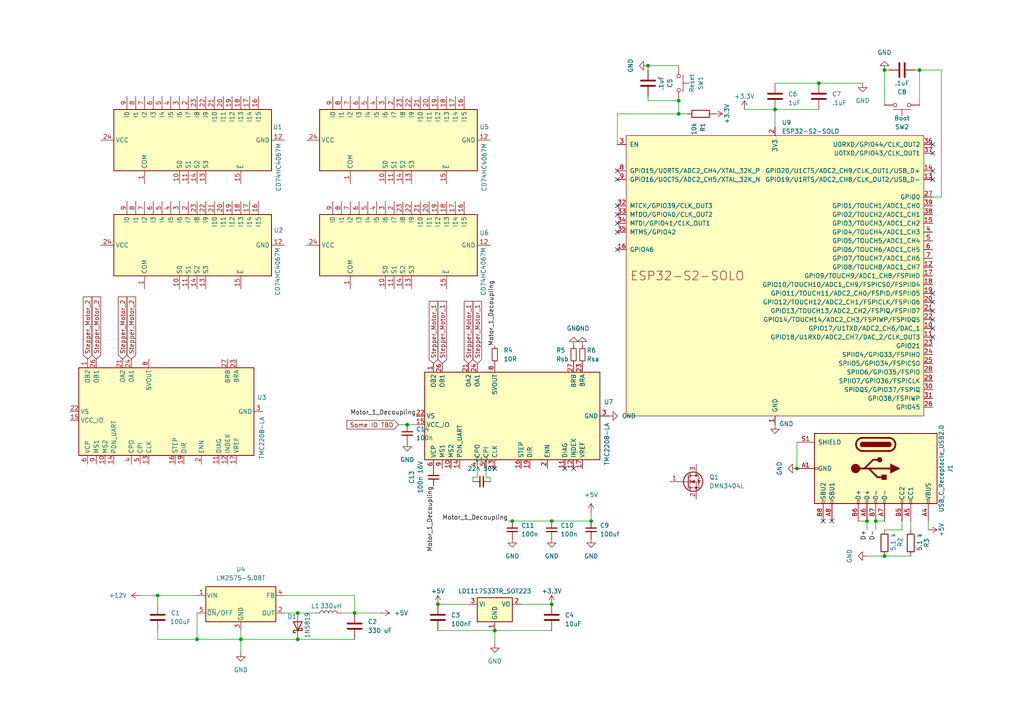
<source format=kicad_sch>
(kicad_sch (version 20231120) (generator "eeschema") (generator_version "8.0")
  (paper "A4")
  (lib_symbols
    (symbol "+5V_1" (power) (pin_numbers hide) (pin_names (offset 0) hide)
      (property "Value" "+5V" (at 0 3.556 0))
      (symbol "+5V_1_0_1"
        (polyline (pts (xy -0.762 1.27) (xy 0 2.54)))
        (polyline (pts (xy 0 0) (xy 0 2.54)))
        (polyline (pts (xy 0 2.54) (xy 0.762 1.27)))
      )
      (symbol "+5V_1_1_1"
        (pin power_in line (at 0 0 90) (length 0) (name "~") (number "1"))
      )
    )
    (symbol "+5V_2" (power) (pin_numbers hide) (pin_names (offset 0) hide)
      (property "Value" "+5V" (at 0 3.556 0))
      (symbol "+5V_2_0_1"
        (polyline (pts (xy -0.762 1.27) (xy 0 2.54)))
        (polyline (pts (xy 0 0) (xy 0 2.54)))
        (polyline (pts (xy 0 2.54) (xy 0.762 1.27)))
      )
      (symbol "+5V_2_1_1"
        (pin power_in line (at 0 0 90) (length 0) (name "~") (number "1"))
      )
    )
    (symbol "74xx:CD74HC4067M"
      (property "Reference" "U" (at -8.89 22.86 0))
      (property "Value" "CD74HC4067M" (at 1.27 22.86 0))
      (symbol "CD74HC4067M_0_1"
        (rectangle (start -8.89 21.59) (end 8.89 -24.13) (stroke (width 0.254)) (fill (type background)))
      )
      (symbol "CD74HC4067M_1_1"
        (pin passive line (at -12.7 12.7 0) (length 3.81) (name "COM") (number "1"))
        (pin input line (at -12.7 2.54 0) (length 3.81) (name "S0") (number "10"))
        (pin input line (at -12.7 0 0) (length 3.81) (name "S1") (number "11"))
        (pin power_in line (at 0 -27.94 90) (length 3.81) (name "GND") (number "12"))
        (pin input line (at -12.7 -5.08 0) (length 3.81) (name "S3") (number "13"))
        (pin input line (at -12.7 -2.54 0) (length 3.81) (name "S2") (number "14"))
        (pin input line (at -12.7 -15.24 0) (length 3.81) (name "~{E}") (number "15"))
        (pin passive line (at 12.7 -20.32 180) (length 3.81) (name "I15") (number "16"))
        (pin passive line (at 12.7 -17.78 180) (length 3.81) (name "I14") (number "17"))
        (pin passive line (at 12.7 -15.24 180) (length 3.81) (name "I13") (number "18"))
        (pin passive line (at 12.7 -12.7 180) (length 3.81) (name "I12") (number "19"))
        (pin passive line (at 12.7 0 180) (length 3.81) (name "I7") (number "2"))
        (pin passive line (at 12.7 -10.16 180) (length 3.81) (name "I11") (number "20"))
        (pin passive line (at 12.7 -7.62 180) (length 3.81) (name "I10") (number "21"))
        (pin passive line (at 12.7 -5.08 180) (length 3.81) (name "I9") (number "22"))
        (pin passive line (at 12.7 -2.54 180) (length 3.81) (name "I8") (number "23"))
        (pin power_in line (at 0 25.4 270) (length 3.81) (name "VCC") (number "24"))
        (pin passive line (at 12.7 2.54 180) (length 3.81) (name "I6") (number "3"))
        (pin passive line (at 12.7 5.08 180) (length 3.81) (name "I5") (number "4"))
        (pin passive line (at 12.7 7.62 180) (length 3.81) (name "I4") (number "5"))
        (pin passive line (at 12.7 10.16 180) (length 3.81) (name "I3") (number "6"))
        (pin passive line (at 12.7 12.7 180) (length 3.81) (name "I2") (number "7"))
        (pin passive line (at 12.7 15.24 180) (length 3.81) (name "I1") (number "8"))
        (pin passive line (at 12.7 17.78 180) (length 3.81) (name "I0") (number "9"))
      )
    )
    (symbol "Connector:USB_C_Receptacle_USB2.0" (pin_names (offset 1.016))
      (property "Reference" "J" (at -10.16 19.05 0))
      (property "Value" "USB_C_Receptacle_USB2.0" (at 19.05 19.05 0))
      (symbol "USB_C_Receptacle_USB2.0_0_0"
        (rectangle (start -0.254 -17.78) (end 0.254 -16.764))
        (rectangle (start 10.16 -14.986) (end 9.144 -15.494))
        (rectangle (start 10.16 -12.446) (end 9.144 -12.954))
        (rectangle (start 10.16 -4.826) (end 9.144 -5.334))
        (rectangle (start 10.16 -2.286) (end 9.144 -2.794))
        (rectangle (start 10.16 0.254) (end 9.144 -0.254))
        (rectangle (start 10.16 2.794) (end 9.144 2.286))
        (rectangle (start 10.16 7.874) (end 9.144 7.366))
        (rectangle (start 10.16 10.414) (end 9.144 9.906))
        (rectangle (start 10.16 15.494) (end 9.144 14.986))
      )
      (symbol "USB_C_Receptacle_USB2.0_0_1"
        (rectangle (start -10.16 17.78) (end 10.16 -17.78) (stroke (width 0.254)) (fill (type background)))
        (arc (start -8.89 -3.81) (mid -6.985 -5.7067) (end -5.08 -3.81) (stroke (width 0.508)))
        (arc (start -7.62 -3.81) (mid -6.985 -4.4423) (end -6.35 -3.81) (stroke (width 0.254)))
        (arc (start -7.62 -3.81) (mid -6.985 -4.4423) (end -6.35 -3.81) (stroke (width 0.254)) (fill (type outline)))
        (rectangle (start -7.62 -3.81) (end -6.35 3.81) (stroke (width 0.254)) (fill (type outline)))
        (arc (start -6.35 3.81) (mid -6.985 4.4423) (end -7.62 3.81) (stroke (width 0.254)))
        (arc (start -6.35 3.81) (mid -6.985 4.4423) (end -7.62 3.81) (stroke (width 0.254)) (fill (type outline)))
        (arc (start -5.08 3.81) (mid -6.985 5.7067) (end -8.89 3.81) (stroke (width 0.508)))
        (circle (center -2.54 1.143) (radius 0.635) (stroke (width 0.254)) (fill (type outline)))
        (circle (center 0 -5.842) (radius 1.27) (fill (type outline)))
        (polyline (pts (xy -8.89 -3.81) (xy -8.89 3.81)) (stroke (width 0.508)))
        (polyline (pts (xy -5.08 3.81) (xy -5.08 -3.81)) (stroke (width 0.508)))
        (polyline (pts (xy 0 -5.842) (xy 0 4.318)) (stroke (width 0.508)))
        (polyline (pts (xy 0 -3.302) (xy -2.54 -0.762) (xy -2.54 0.508)) (stroke (width 0.508)))
        (polyline (pts (xy 0 -2.032) (xy 2.54 0.508) (xy 2.54 1.778)) (stroke (width 0.508)))
        (polyline (pts (xy -1.27 4.318) (xy 0 6.858) (xy 1.27 4.318) (xy -1.27 4.318)) (stroke (width 0.254)) (fill (type outline)))
        (rectangle (start 1.905 1.778) (end 3.175 3.048) (stroke (width 0.254)) (fill (type outline)))
      )
      (symbol "USB_C_Receptacle_USB2.0_1_1"
        (pin passive line (at 0 -22.86 90) (length 5.08) (name "GND") (number "A1"))
        (pin passive line (at 0 -22.86 90) (length 5.08) hide (name "GND") (number "A12"))
        (pin passive line (at 15.24 15.24 180) (length 5.08) (name "VBUS") (number "A4"))
        (pin bidirectional line (at 15.24 10.16 180) (length 5.08) (name "CC1") (number "A5"))
        (pin bidirectional line (at 15.24 -2.54 180) (length 5.08) (name "D+") (number "A6"))
        (pin bidirectional line (at 15.24 2.54 180) (length 5.08) (name "D-") (number "A7"))
        (pin bidirectional line (at 15.24 -12.7 180) (length 5.08) (name "SBU1") (number "A8"))
        (pin passive line (at 15.24 15.24 180) (length 5.08) hide (name "VBUS") (number "A9"))
        (pin passive line (at 0 -22.86 90) (length 5.08) hide (name "GND") (number "B1"))
        (pin passive line (at 0 -22.86 90) (length 5.08) hide (name "GND") (number "B12"))
        (pin passive line (at 15.24 15.24 180) (length 5.08) hide (name "VBUS") (number "B4"))
        (pin bidirectional line (at 15.24 7.62 180) (length 5.08) (name "CC2") (number "B5"))
        (pin bidirectional line (at 15.24 -5.08 180) (length 5.08) (name "D+") (number "B6"))
        (pin bidirectional line (at 15.24 0 180) (length 5.08) (name "D-") (number "B7"))
        (pin bidirectional line (at 15.24 -15.24 180) (length 5.08) (name "SBU2") (number "B8"))
        (pin passive line (at 15.24 15.24 180) (length 5.08) hide (name "VBUS") (number "B9"))
        (pin passive line (at -7.62 -22.86 90) (length 5.08) (name "SHIELD") (number "S1"))
      )
    )
    (symbol "Device:C" (pin_numbers hide) (pin_names (offset 0.254))
      (property "Reference" "C" (at 0.635 2.54 0))
      (property "Value" "C" (at 0.635 -2.54 0))
      (symbol "C_0_1"
        (polyline (pts (xy -2.032 -0.762) (xy 2.032 -0.762)) (stroke (width 0.508)))
        (polyline (pts (xy -2.032 0.762) (xy 2.032 0.762)) (stroke (width 0.508)))
      )
      (symbol "C_1_1"
        (pin passive line (at 0 3.81 270) (length 2.794) (name "~") (number "1"))
        (pin passive line (at 0 -3.81 90) (length 2.794) (name "~") (number "2"))
      )
    )
    (symbol "Device:C_Small" (pin_numbers hide) (pin_names (offset 0.254) hide)
      (property "Reference" "C" (at 0.254 1.778 0))
      (property "Value" "C_Small" (at 0.254 -2.032 0))
      (symbol "C_Small_0_1"
        (polyline (pts (xy -1.524 -0.508) (xy 1.524 -0.508)) (stroke (width 0.3302)))
        (polyline (pts (xy -1.524 0.508) (xy 1.524 0.508)) (stroke (width 0.3048)))
      )
      (symbol "C_Small_1_1"
        (pin passive line (at 0 2.54 270) (length 2.032) (name "~") (number "1"))
        (pin passive line (at 0 -2.54 90) (length 2.032) (name "~") (number "2"))
      )
    )
    (symbol "Device:D_Schottky" (pin_numbers hide) (pin_names (offset 1.016) hide)
      (property "Reference" "D" (at 0 2.54 0))
      (property "Value" "D_Schottky" (at 0 -2.54 0))
      (symbol "D_Schottky_0_1"
        (polyline (pts (xy 1.27 0) (xy -1.27 0)))
        (polyline (pts (xy 1.27 1.27) (xy 1.27 -1.27) (xy -1.27 0) (xy 1.27 1.27)) (stroke (width 0.254)))
        (polyline (pts (xy -1.905 0.635) (xy -1.905 1.27) (xy -1.27 1.27) (xy -1.27 -1.27) (xy -0.635 -1.27) (xy -0.635 -0.635)) (stroke (width 0.254)))
      )
      (symbol "D_Schottky_1_1"
        (pin passive line (at -3.81 0 0) (length 2.54) (name "K") (number "1"))
        (pin passive line (at 3.81 0 180) (length 2.54) (name "A") (number "2"))
      )
    )
    (symbol "Device:L" (pin_numbers hide) (pin_names (offset 1.016) hide)
      (property "Reference" "L" (at -1.27 0 90))
      (property "Value" "L" (at 1.905 0 90))
      (symbol "L_0_1"
        (arc (start 0 -2.54) (mid 0.6323 -1.905) (end 0 -1.27))
        (arc (start 0 -1.27) (mid 0.6323 -0.635) (end 0 0))
        (arc (start 0 0) (mid 0.6323 0.635) (end 0 1.27))
        (arc (start 0 1.27) (mid 0.6323 1.905) (end 0 2.54))
      )
      (symbol "L_1_1"
        (pin passive line (at 0 3.81 270) (length 1.27) (name "1") (number "1"))
        (pin passive line (at 0 -3.81 90) (length 1.27) (name "2") (number "2"))
      )
    )
    (symbol "Device:R" (pin_numbers hide) (pin_names (offset 0))
      (property "Reference" "R" (at 2.032 0 90))
      (property "Value" "R" (at 0 0 90))
      (symbol "R_0_1"
        (rectangle (start -1.016 -2.54) (end 1.016 2.54) (stroke (width 0.254)))
      )
      (symbol "R_1_1"
        (pin passive line (at 0 3.81 270) (length 1.27) (name "~") (number "1"))
        (pin passive line (at 0 -3.81 90) (length 1.27) (name "~") (number "2"))
      )
    )
    (symbol "Device:R_Small" (pin_numbers hide) (pin_names (offset 0.254) hide)
      (property "Reference" "R" (at 0.762 0.508 0))
      (property "Value" "R_Small" (at 0.762 -1.016 0))
      (symbol "R_Small_0_1"
        (rectangle (start -0.762 1.778) (end 0.762 -1.778) (stroke (width 0.2032)))
      )
      (symbol "R_Small_1_1"
        (pin passive line (at 0 2.54 270) (length 0.762) (name "~") (number "1"))
        (pin passive line (at 0 -2.54 90) (length 0.762) (name "~") (number "2"))
      )
    )
    (symbol "Driver_Motor:TMC2208-LA"
      (property "Reference" "U" (at -12.7 -26.67 0))
      (property "Value" "TMC2208-LA" (at 7.62 -26.67 0))
      (symbol "TMC2208-LA_1_1"
        (rectangle (start -12.7 25.4) (end 12.7 -25.4) (stroke (width 0.254)) (fill (type background)))
        (pin output line (at 15.24 22.86 180) (length 2.54) (name "OB2") (number "1"))
        (pin input line (at -15.24 17.78 0) (length 2.54) (name "MS2") (number "10"))
        (pin output line (at -15.24 -15.24 0) (length 2.54) (name "DIAG") (number "11"))
        (pin output line (at -15.24 -17.78 0) (length 2.54) (name "INDEX") (number "12"))
        (pin input line (at -15.24 5.08 0) (length 2.54) (name "CLK") (number "13"))
        (pin bidirectional line (at -15.24 15.24 0) (length 2.54) (name "PDN_UART") (number "14"))
        (pin power_in line (at -2.54 27.94 270) (length 2.54) (name "VCC_IO") (number "15"))
        (pin input line (at -15.24 -2.54 0) (length 2.54) (name "STEP") (number "16"))
        (pin input line (at -15.24 -20.32 0) (length 2.54) (name "VREF") (number "17"))
        (pin passive line (at 0 -27.94 90) (length 2.54) hide (name "GND") (number "18"))
        (pin input line (at -15.24 -5.08 0) (length 2.54) (name "DIR") (number "19"))
        (pin input line (at -15.24 -10.16 0) (length 2.54) (name "ENN") (number "2"))
        (pin no_connect line (at 12.7 -2.54 180) (length 2.54) hide (name "NC") (number "20"))
        (pin output line (at 15.24 12.7 180) (length 2.54) (name "OA2") (number "21"))
        (pin power_in line (at 0 27.94 270) (length 2.54) (name "VS") (number "22"))
        (pin passive line (at 15.24 -20.32 180) (length 2.54) (name "BRA") (number "23"))
        (pin output line (at 15.24 10.16 180) (length 2.54) (name "OA1") (number "24"))
        (pin no_connect line (at 12.7 0 180) (length 2.54) hide (name "NC") (number "25"))
        (pin output line (at 15.24 20.32 180) (length 2.54) (name "OB1") (number "26"))
        (pin passive line (at 15.24 -17.78 180) (length 2.54) (name "BRB") (number "27"))
        (pin passive line (at 0 27.94 270) (length 2.54) hide (name "VS") (number "28"))
        (pin power_in line (at 0 -27.94 90) (length 2.54) (name "GND") (number "3"))
        (pin passive line (at -15.24 10.16 0) (length 2.54) (name "CPO") (number "4"))
        (pin passive line (at -15.24 7.62 0) (length 2.54) (name "CPI") (number "5"))
        (pin passive line (at -15.24 22.86 0) (length 2.54) (name "VCP") (number "6"))
        (pin no_connect line (at 12.7 -5.08 180) (length 2.54) hide (name "NC") (number "7"))
        (pin power_out line (at 15.24 5.08 180) (length 2.54) (name "5VOUT") (number "8"))
        (pin input line (at -15.24 20.32 0) (length 2.54) (name "MS1") (number "9"))
      )
    )
    (symbol "GND_1" (power) (pin_numbers hide) (pin_names (offset 0) hide)
      (property "Value" "GND" (at 0 -3.81 0))
      (symbol "GND_1_0_1"
        (polyline (pts (xy 0 0) (xy 0 -1.27) (xy 1.27 -1.27) (xy 0 -2.54) (xy -1.27 -1.27) (xy 0 -1.27)))
      )
      (symbol "GND_1_1_1"
        (pin power_in line (at 0 0 270) (length 0) (name "~") (number "1"))
      )
    )
    (symbol "GND_2" (power) (pin_numbers hide) (pin_names (offset 0) hide)
      (property "Value" "GND" (at 0 -3.81 0))
      (symbol "GND_2_0_1"
        (polyline (pts (xy 0 0) (xy 0 -1.27) (xy 1.27 -1.27) (xy 0 -2.54) (xy -1.27 -1.27) (xy 0 -1.27)))
      )
      (symbol "GND_2_1_1"
        (pin power_in line (at 0 0 270) (length 0) (name "~") (number "1"))
      )
    )
    (symbol "GND_3" (power) (pin_numbers hide) (pin_names (offset 0) hide)
      (property "Value" "GND" (at 0 -3.81 0))
      (symbol "GND_3_0_1"
        (polyline (pts (xy 0 0) (xy 0 -1.27) (xy 1.27 -1.27) (xy 0 -2.54) (xy -1.27 -1.27) (xy 0 -1.27)))
      )
      (symbol "GND_3_1_1"
        (pin power_in line (at 0 0 270) (length 0) (name "~") (number "1"))
      )
    )
    (symbol "GND_4" (power) (pin_numbers hide) (pin_names (offset 0) hide)
      (property "Value" "GND" (at 0 -3.81 0))
      (symbol "GND_4_0_1"
        (polyline (pts (xy 0 0) (xy 0 -1.27) (xy 1.27 -1.27) (xy 0 -2.54) (xy -1.27 -1.27) (xy 0 -1.27)))
      )
      (symbol "GND_4_1_1"
        (pin power_in line (at 0 0 270) (length 0) (name "~") (number "1"))
      )
    )
    (symbol "Regulator_Linear:LD1117S33TR_SOT223"
      (property "Reference" "U" (at -3.81 3.175 0))
      (property "Value" "LD1117S33TR_SOT223" (at 0 3.175 0))
      (symbol "LD1117S33TR_SOT223_0_1"
        (rectangle (start -5.08 -5.08) (end 5.08 1.905) (stroke (width 0.254)) (fill (type background)))
      )
      (symbol "LD1117S33TR_SOT223_1_1"
        (pin power_in line (at 0 -7.62 90) (length 2.54) (name "GND") (number "1"))
        (pin power_out line (at 7.62 0 180) (length 2.54) (name "VO") (number "2"))
        (pin power_in line (at -7.62 0 0) (length 2.54) (name "VI") (number "3"))
      )
    )
    (symbol "Regulator_Switching:LM2575-5.0BT" (pin_names (offset 0.254))
      (property "Reference" "U" (at -10.16 6.35 0))
      (property "Value" "LM2575-5.0BT" (at 0 6.35 0))
      (symbol "LM2575-5.0BT_0_1"
        (rectangle (start -10.16 5.08) (end 10.16 -5.08) (stroke (width 0.254)) (fill (type background)))
      )
      (symbol "LM2575-5.0BT_1_1"
        (pin power_in line (at -12.7 2.54 0) (length 2.54) (name "VIN") (number "1"))
        (pin output line (at 12.7 -2.54 180) (length 2.54) (name "OUT") (number "2"))
        (pin power_in line (at 0 -7.62 90) (length 2.54) (name "GND") (number "3"))
        (pin input line (at 12.7 2.54 180) (length 2.54) (name "FB") (number "4"))
        (pin input line (at -12.7 -2.54 0) (length 2.54) (name "~{ON}/OFF") (number "5"))
      )
    )
    (symbol "Switch:SW_Omron_B3FS" (pin_numbers hide) (pin_names (offset 1.016) hide)
      (property "Reference" "SW" (at 1.27 2.54 0))
      (property "Value" "SW_Omron_B3FS" (at 0 -1.524 0))
      (symbol "SW_Omron_B3FS_0_1"
        (circle (center -2.032 0) (radius 0.508))
        (polyline (pts (xy 0 1.27) (xy 0 3.048)))
        (polyline (pts (xy 2.54 1.27) (xy -2.54 1.27)))
        (circle (center 2.032 0) (radius 0.508))
        (pin passive line (at -5.08 0 0) (length 2.54) (name "1") (number "1"))
        (pin passive line (at 5.08 0 180) (length 2.54) (name "2") (number "2"))
      )
    )
    (symbol "Transistor_FET:DMN3404L" (pin_names hide)
      (property "Reference" "Q" (at 5.08 1.905 0))
      (property "Value" "DMN3404L" (at 5.08 0 0))
      (symbol "DMN3404L_0_1"
        (polyline (pts (xy 0.254 0) (xy -2.54 0)))
        (polyline (pts (xy 0.254 1.905) (xy 0.254 -1.905)) (stroke (width 0.254)))
        (polyline (pts (xy 0.762 -1.27) (xy 0.762 -2.286)) (stroke (width 0.254)))
        (polyline (pts (xy 0.762 0.508) (xy 0.762 -0.508)) (stroke (width 0.254)))
        (polyline (pts (xy 0.762 2.286) (xy 0.762 1.27)) (stroke (width 0.254)))
        (polyline (pts (xy 2.54 2.54) (xy 2.54 1.778)))
        (polyline (pts (xy 2.54 -2.54) (xy 2.54 0) (xy 0.762 0)))
        (polyline (pts (xy 0.762 -1.778) (xy 3.302 -1.778) (xy 3.302 1.778) (xy 0.762 1.778)))
        (polyline (pts (xy 1.016 0) (xy 2.032 0.381) (xy 2.032 -0.381) (xy 1.016 0)) (fill (type outline)))
        (polyline (pts (xy 2.794 0.508) (xy 2.921 0.381) (xy 3.683 0.381) (xy 3.81 0.254)))
        (polyline (pts (xy 3.302 0.381) (xy 2.921 -0.254) (xy 3.683 -0.254) (xy 3.302 0.381)))
        (circle (center 1.651 0) (radius 2.794) (stroke (width 0.254)))
        (circle (center 2.54 -1.778) (radius 0.254) (fill (type outline)))
        (circle (center 2.54 1.778) (radius 0.254) (fill (type outline)))
      )
      (symbol "DMN3404L_1_1"
        (pin input line (at -5.08 0 0) (length 2.54) (name "G") (number "1"))
        (pin passive line (at 2.54 -5.08 90) (length 2.54) (name "S") (number "2"))
        (pin passive line (at 2.54 5.08 270) (length 2.54) (name "D") (number "3"))
      )
    )
    (symbol "esp32:ESP32-S2-SOLO" (pin_names (offset 1.016))
      (property "Reference" "U" (at -43.18 45.72 0))
      (property "Value" "ESP32-S2-SOLO" (at -43.18 43.18 0))
      (symbol "ESP32-S2-SOLO_0_1"
        (rectangle (start -43.18 40.64) (end 43.18 -40.64) (fill (type background)))
      )
      (symbol "ESP32-S2-SOLO_1_1"
        (text "ESP32-S2-SOLO" (at -25.4 0 0) (effects (font (size 2.54 2.54))))
        (pin power_in line (at 0 -43.18 90) (length 2.54) (name "GND") (number "1"))
        (pin bidirectional line (at 45.72 -15.24 180) (length 2.54) (name "GPIO17/U1TXD/ADC2_CH6/DAC_1") (number "10"))
        (pin bidirectional line (at 45.72 -17.78 180) (length 2.54) (name "GPIO18/U1RXD/ADC2_CH7/DAC_2/CLK_OUT3") (number "11"))
        (pin bidirectional line (at 45.72 2.54 180) (length 2.54) (name "GPIO8/TOUCH8/ADC1_CH7") (number "12"))
        (pin bidirectional line (at 45.72 27.94 180) (length 2.54) (name "GPIO19/U1RTS/ADC2_CH8/CLK_OUT2/USB_D-") (number "13"))
        (pin bidirectional line (at 45.72 30.48 180) (length 2.54) (name "GPIO20/U1CTS/ADC2_CH9/CLK_OUT1/USB_D+") (number "14"))
        (pin bidirectional line (at 45.72 15.24 180) (length 2.54) (name "GPIO3/TOUCH3/ADC1_CH2") (number "15"))
        (pin input line (at -45.72 7.62 0) (length 2.54) (name "GPIO46") (number "16"))
        (pin bidirectional line (at 45.72 0 180) (length 2.54) (name "GPIO9/TOUCH9/ADC1_CH8/FSPIHD") (number "17"))
        (pin bidirectional line (at 45.72 -2.54 180) (length 2.54) (name "GPIO10/TOUCH10/ADC1_CH9/FSPICS0/FSPIIO4") (number "18"))
        (pin bidirectional line (at 45.72 -5.08 180) (length 2.54) (name "GPIO11/TOUCH11/ADC2_CH0/FSPID/FSPIIO5") (number "19"))
        (pin power_in line (at 0 43.18 270) (length 2.54) (name "3V3") (number "2"))
        (pin bidirectional line (at 45.72 -7.62 180) (length 2.54) (name "GPIO12/TOUCH12/ADC2_CH1/FSPICLK/FSPIIO6") (number "20"))
        (pin bidirectional line (at 45.72 -10.16 180) (length 2.54) (name "GPIO13/TOUCH13/ADC2_CH2/FSPIQ/FSPIIO7") (number "21"))
        (pin bidirectional line (at 45.72 -12.7 180) (length 2.54) (name "GPIO14/TOUCH14/ADC2_CH3/FSPIWP/FSPIDQS") (number "22"))
        (pin bidirectional line (at 45.72 -20.32 180) (length 2.54) (name "GPIO21") (number "23"))
        (pin bidirectional line (at 45.72 -22.86 180) (length 2.54) (name "SPIIO4/GPIO33/FSPIHD") (number "24"))
        (pin bidirectional line (at 45.72 -25.4 180) (length 2.54) (name "SPIIO5/GPIO34/FSPICS0") (number "25"))
        (pin bidirectional line (at 45.72 -38.1 180) (length 2.54) (name "GPIO45") (number "26"))
        (pin bidirectional line (at 45.72 22.86 180) (length 2.54) (name "GPIO0") (number "27"))
        (pin bidirectional line (at 45.72 -27.94 180) (length 2.54) (name "SPIIO6/GPIO35/FSPID") (number "28"))
        (pin bidirectional line (at 45.72 -30.48 180) (length 2.54) (name "SPIIO7/GPIO36/FSPICLK") (number "29"))
        (pin bidirectional line (at -45.72 38.1 0) (length 2.54) (name "EN") (number "3"))
        (pin bidirectional line (at 45.72 -33.02 180) (length 2.54) (name "SPIDQS/GPIO37/FSPIQ") (number "30"))
        (pin bidirectional line (at 45.72 -35.56 180) (length 2.54) (name "GPIO38/FSPIWP") (number "31"))
        (pin bidirectional line (at -45.72 20.32 0) (length 2.54) (name "MTCK/GPIO39/CLK_OUT3") (number "32"))
        (pin bidirectional line (at -45.72 17.78 0) (length 2.54) (name "MTDO/GPIO40/CLK_OUT2") (number "33"))
        (pin bidirectional line (at -45.72 15.24 0) (length 2.54) (name "MTDI/GPIO41/CLK_OUT1") (number "34"))
        (pin bidirectional line (at -45.72 12.7 0) (length 2.54) (name "MTMS/GPIO42") (number "35"))
        (pin bidirectional line (at 45.72 38.1 180) (length 2.54) (name "U0RXD/GPIO44/CLK_OUT2") (number "36"))
        (pin bidirectional line (at 45.72 35.56 180) (length 2.54) (name "U0TXD/GPIO43/CLK_OUT1") (number "37"))
        (pin bidirectional line (at 45.72 17.78 180) (length 2.54) (name "GPIO2/TOUCH2/ADC1_CH1") (number "38"))
        (pin bidirectional line (at 45.72 20.32 180) (length 2.54) (name "GPIO1/TOUCH1/ADC1_CH0") (number "39"))
        (pin bidirectional line (at 45.72 12.7 180) (length 2.54) (name "GPIO4/TOUCH4/ADC1_CH3") (number "4"))
        (pin passive line (at 0 -43.18 90) (length 2.54) hide (name "GND") (number "40"))
        (pin passive line (at 0 -43.18 90) (length 2.54) hide (name "GND") (number "41"))
        (pin bidirectional line (at 45.72 10.16 180) (length 2.54) (name "GPIO5/TOUCH5/ADC1_CH4") (number "5"))
        (pin bidirectional line (at 45.72 7.62 180) (length 2.54) (name "GPIO6/TOUCH6/ADC1_CH5") (number "6"))
        (pin bidirectional line (at 45.72 5.08 180) (length 2.54) (name "GPIO7/TOUCH7/ADC1_CH6") (number "7"))
        (pin bidirectional line (at -45.72 30.48 0) (length 2.54) (name "GPIO15/U0RTS/ADC2_CH4/XTAL_32K_P") (number "8"))
        (pin bidirectional line (at -45.72 27.94 0) (length 2.54) (name "GPIO16/U0CTS/ADC2_CH5/XTAL_32K_N") (number "9"))
      )
    )
    (symbol "power:+12V" (power) (pin_numbers hide) (pin_names (offset 0) hide)
      (property "Value" "+12V" (at 0 3.556 0))
      (symbol "+12V_0_1"
        (polyline (pts (xy -0.762 1.27) (xy 0 2.54)))
        (polyline (pts (xy 0 0) (xy 0 2.54)))
        (polyline (pts (xy 0 2.54) (xy 0.762 1.27)))
      )
      (symbol "+12V_1_1"
        (pin power_in line (at 0 0 90) (length 0) (name "~") (number "1"))
      )
    )
    (symbol "power:+3.3V" (power) (pin_names (offset 0))
      (property "Value" "+3.3V" (at 0 3.556 0))
      (symbol "+3.3V_0_1"
        (polyline (pts (xy -0.762 1.27) (xy 0 2.54)))
        (polyline (pts (xy 0 0) (xy 0 2.54)))
        (polyline (pts (xy 0 2.54) (xy 0.762 1.27)))
      )
      (symbol "+3.3V_1_1"
        (pin power_in line (at 0 0 90) (length 0) hide (name "+3.3V") (number "1"))
      )
    )
    (symbol "power:+5V" (power) (pin_names (offset 0))
      (property "Value" "+5V" (at 0 3.556 0))
      (symbol "+5V_0_1"
        (polyline (pts (xy -0.762 1.27) (xy 0 2.54)))
        (polyline (pts (xy 0 0) (xy 0 2.54)))
        (polyline (pts (xy 0 2.54) (xy 0.762 1.27)))
      )
      (symbol "+5V_1_1"
        (pin power_in line (at 0 0 90) (length 0) hide (name "+5V") (number "1"))
      )
    )
    (symbol "power:GND" (power) (pin_names (offset 0))
      (property "Value" "GND" (at 0 -3.81 0))
      (symbol "GND_0_1"
        (polyline (pts (xy 0 0) (xy 0 -1.27) (xy 1.27 -1.27) (xy 0 -2.54) (xy -1.27 -1.27) (xy 0 -1.27)))
      )
      (symbol "GND_1_1"
        (pin power_in line (at 0 0 270) (length 0) hide (name "GND") (number "1"))
      )
    )
  )
  (junction (at 160.02 175.26))
  (junction (at 148.59 151.13))
  (junction (at 224.79 31.75))
  (junction (at 69.85 185.42))
  (junction (at 45.72 172.72))
  (junction (at 160.02 151.13))
  (junction (at 143.51 182.88))
  (junction (at 86.36 185.42))
  (junction (at 231.14 135.89))
  (junction (at 256.54 161.29))
  (junction (at 196.85 29.21))
  (junction (at 102.87 177.8))
  (junction (at 57.15 185.42))
  (junction (at 187.96 19.05))
  (junction (at 171.45 151.13))
  (junction (at 127 175.26))
  (junction (at 237.49 24.13))
  (junction (at 254 151.13))
  (junction (at 196.85 33.02))
  (junction (at 86.36 177.8))
  (junction (at 266.7 20.32))
  (junction (at 118.11 123.19))
  (junction (at 251.46 151.13))
  (junction (at 256.54 20.32))
  (no_connect (at 270.51 41.91))
  (no_connect (at 270.51 97.79))
  (no_connect (at 179.07 49.53))
  (no_connect (at 270.51 44.45))
  (no_connect (at 270.51 49.53))
  (no_connect (at 179.07 52.07))
  (no_connect (at 143.51 135.89))
  (no_connect (at 270.51 85.09))
  (no_connect (at 270.51 92.71))
  (no_connect (at 270.51 95.25))
  (no_connect (at 241.3 151.13))
  (no_connect (at 166.37 135.89))
  (no_connect (at 238.76 151.13))
  (no_connect (at 270.51 90.17))
  (no_connect (at 179.07 62.23))
  (no_connect (at 163.83 135.89))
  (no_connect (at 270.51 87.63))
  (no_connect (at 179.07 64.77))
  (no_connect (at 179.07 72.39))
  (no_connect (at 270.51 52.07))
  (no_connect (at 179.07 59.69))
  (no_connect (at 179.07 67.31))
  (wire (pts (xy 115.57 123.19) (xy 118.11 123.19)))
  (wire (pts (xy 140.97 138.43) (xy 142.24 138.43)))
  (wire (pts (xy 261.62 151.13) (xy 261.62 153.67)))
  (wire (pts (xy 69.85 185.42) (xy 86.36 185.42)))
  (wire (pts (xy 86.36 177.8) (xy 91.44 177.8)))
  (wire (pts (xy 118.11 123.19) (xy 120.65 123.19)))
  (wire (pts (xy 143.51 182.88) (xy 160.02 182.88)))
  (wire (pts (xy 160.02 151.13) (xy 171.45 151.13)))
  (wire (pts (xy 127 182.88) (xy 143.51 182.88)))
  (wire (pts (xy 82.55 172.72) (xy 102.87 172.72)))
  (wire (pts (xy 196.85 29.21) (xy 196.85 33.02)))
  (wire (pts (xy 265.43 20.32) (xy 266.7 20.32)))
  (wire (pts (xy 270.51 57.15) (xy 273.05 57.15)))
  (wire (pts (xy 142.24 138.43) (xy 142.24 139.7)))
  (wire (pts (xy 215.9 31.75) (xy 224.79 31.75)))
  (wire (pts (xy 138.43 138.43) (xy 137.16 138.43)))
  (wire (pts (xy 45.72 172.72) (xy 45.72 175.26)))
  (wire (pts (xy 254 151.13) (xy 254 153.67)))
  (wire (pts (xy 251.46 151.13) (xy 251.46 153.67)))
  (wire (pts (xy 127 175.26) (xy 135.89 175.26)))
  (wire (pts (xy 256.54 20.32) (xy 257.81 20.32)))
  (wire (pts (xy 224.79 24.13) (xy 237.49 24.13)))
  (wire (pts (xy 57.15 185.42) (xy 69.85 185.42)))
  (wire (pts (xy 251.46 161.29) (xy 256.54 161.29)))
  (wire (pts (xy 57.15 177.8) (xy 57.15 185.42)))
  (wire (pts (xy 137.16 138.43) (xy 137.16 139.7)))
  (wire (pts (xy 224.79 31.75) (xy 237.49 31.75)))
  (wire (pts (xy 102.87 177.8) (xy 110.49 177.8)))
  (wire (pts (xy 264.16 161.29) (xy 256.54 161.29)))
  (wire (pts (xy 266.7 30.48) (xy 266.7 20.32)))
  (wire (pts (xy 140.97 135.89) (xy 140.97 138.43)))
  (wire (pts (xy 45.72 185.42) (xy 57.15 185.42)))
  (wire (pts (xy 256.54 30.48) (xy 256.54 20.32)))
  (wire (pts (xy 82.55 177.8) (xy 86.36 177.8)))
  (wire (pts (xy 269.24 151.13) (xy 269.24 153.67)))
  (wire (pts (xy 69.85 182.88) (xy 69.85 185.42)))
  (wire (pts (xy 147.32 151.13) (xy 148.59 151.13)))
  (wire (pts (xy 99.06 177.8) (xy 102.87 177.8)))
  (wire (pts (xy 256.54 153.67) (xy 261.62 153.67)))
  (wire (pts (xy 69.85 185.42) (xy 69.85 189.23)))
  (wire (pts (xy 148.59 151.13) (xy 160.02 151.13)))
  (wire (pts (xy 224.79 31.75) (xy 224.79 36.83)))
  (wire (pts (xy 187.96 19.05) (xy 196.85 19.05)))
  (wire (pts (xy 40.64 172.72) (xy 45.72 172.72)))
  (wire (pts (xy 273.05 20.32) (xy 266.7 20.32)))
  (wire (pts (xy 187.96 20.32) (xy 187.96 19.05)))
  (wire (pts (xy 256.54 151.13) (xy 254 151.13)))
  (wire (pts (xy 151.13 175.26) (xy 160.02 175.26)))
  (wire (pts (xy 45.72 182.88) (xy 45.72 185.42)))
  (wire (pts (xy 45.72 172.72) (xy 57.15 172.72)))
  (wire (pts (xy 143.51 182.88) (xy 143.51 186.69)))
  (wire (pts (xy 102.87 172.72) (xy 102.87 177.8)))
  (wire (pts (xy 171.45 148.59) (xy 171.45 151.13)))
  (wire (pts (xy 179.07 33.02) (xy 196.85 33.02)))
  (wire (pts (xy 251.46 151.13) (xy 248.92 151.13)))
  (wire (pts (xy 231.14 128.27) (xy 231.14 135.89)))
  (wire (pts (xy 196.85 29.21) (xy 187.96 29.21)))
  (wire (pts (xy 179.07 41.91) (xy 179.07 33.02)))
  (wire (pts (xy 237.49 24.13) (xy 250.19 24.13)))
  (wire (pts (xy 264.16 151.13) (xy 264.16 153.67)))
  (wire (pts (xy 86.36 185.42) (xy 102.87 185.42)))
  (wire (pts (xy 138.43 135.89) (xy 138.43 138.43)))
  (wire (pts (xy 199.39 33.02) (xy 196.85 33.02)))
  (wire (pts (xy 273.05 57.15) (xy 273.05 20.32)))
  (wire (pts (xy 187.96 27.94) (xy 187.96 29.21)))
  (label "D-" (at 254 153.67 270))
  (label "D+" (at 251.46 153.67 270))
  (label "Motor_1_Decoupling" (at 147.32 151.13 180))
  (label "Motor_1_Decoupling" (at 120.65 120.65 180))
  (label "Motor_1_Decoupling" (at 125.73 140.97 270))
  (label "Motor_1_Decoupling" (at 143.51 100.33 90))
  (global_label "Stepper_Motor_2" (shape input) (at 25.4 104.14 90) (property "Intersheetrefs" "${INTERSHEET_REFS}" (effects (hide yes))))
  (global_label "Stepper_Motor_1" (shape input) (at 135.89 105.41 90) (property "Intersheetrefs" "${INTERSHEET_REFS}" (effects (hide yes))))
  (global_label "Stepper_Motor_1" (shape input) (at 128.27 105.41 90) (property "Intersheetrefs" "${INTERSHEET_REFS}" (effects (hide yes))))
  (global_label "Stepper_Motor_2" (shape input) (at 38.1 104.14 90) (property "Intersheetrefs" "${INTERSHEET_REFS}" (effects (hide yes))))
  (global_label "Stepper_Motor_1" (shape input) (at 125.73 105.41 90) (property "Intersheetrefs" "${INTERSHEET_REFS}" (effects (hide yes))))
  (global_label "Some IO TBD" (shape input) (at 115.57 123.19 180) (property "Intersheetrefs" "${INTERSHEET_REFS}" (effects (hide yes))))
  (global_label "Stepper_Motor_2" (shape input) (at 27.94 104.14 90) (property "Intersheetrefs" "${INTERSHEET_REFS}" (effects (hide yes))))
  (global_label "Stepper_Motor_1" (shape input) (at 138.43 105.41 90) (property "Intersheetrefs" "${INTERSHEET_REFS}" (effects (hide yes))))
  (global_label "Stepper_Motor_2" (shape input) (at 35.56 104.14 90) (property "Intersheetrefs" "${INTERSHEET_REFS}" (effects (hide yes))))
  (symbol (lib_name "+5V_2") (lib_id "power:+5V") (at 171.45 148.59 0) (unit 1)
    (property "Reference" "#PWR016" (effects (hide yes)))
    (property "Value" "+5V" (at 171.45 143.51 0))
    (property "Description" "Power symbol creates a global label with name \"+5V\"" (effects (hide yes)))
  )
  (symbol (lib_id "74xx:CD74HC4067M") (at 54.61 40.64 90) (unit 1)
    (property "Reference" "U1" (at 80.518 36.83 90))
    (property "Value" "CD74HC4067M" (at 80.772 48.514 0))
    (property "Footprint" "Package_SO:SOIC-24W_7.5x15.4mm_P1.27mm" (effects (hide yes)))
    (property "Datasheet" "http://www.ti.com/lit/ds/symlink/cd74hc4067.pdf" (effects (hide yes)))
    (property "Description" "High-Speed CMOS Logic 16-Channel Analog Multiplexer/Demultiplexer, SOIC-24" (effects (hide yes)))
  )
  (symbol (lib_id "power:+5V") (at 127 175.26 0) (unit 1)
    (property "Reference" "#PWR04" (effects (hide yes)))
    (property "Value" "+5V" (at 127 171.45 0))
  )
  (symbol (lib_id "Device:R_Small") (at 166.37 102.87 180) (unit 1)
    (property "Reference" "R5" (at 161.29 101.6 0) (effects (justify right)))
    (property "Value" "Rsb" (at 161.29 104.14 0) (effects (justify right)))
    (property "Description" "Resistor, small symbol" (effects (hide yes)))
  )
  (symbol (lib_name "GND_3") (lib_id "power:GND") (at 118.11 128.27 0) (unit 1)
    (property "Reference" "#PWR020" (effects (hide yes)))
    (property "Value" "GND" (at 118.11 133.35 0))
    (property "Description" "Power symbol creates a global label with name \"GND\" , ground" (effects (hide yes)))
  )
  (symbol (lib_id "Regulator_Switching:LM2575-5.0BT") (at 69.85 175.26 0) (unit 1)
    (property "Reference" "U4" (at 69.85 165.1 0))
    (property "Value" "LM2575-5.0BT" (at 69.85 167.64 0))
    (property "Footprint" "Package_TO_SOT_THT:TO-220-5_Vertical" (effects (hide yes)))
    (property "Datasheet" "http://ww1.microchip.com/downloads/en/DeviceDoc/lm2575.pdf" (effects (hide yes)))
    (property "Description" "Fixed 5.0V 52kHz Simple 1A Buck Regulator, TO-220-5" (effects (hide yes)))
  )
  (symbol (lib_name "GND_4") (lib_id "power:GND") (at 160.02 156.21 0) (unit 1)
    (property "Reference" "#PWR022" (effects (hide yes)))
    (property "Value" "GND" (at 160.02 161.29 0))
    (property "Description" "Power symbol creates a global label with name \"GND\" , ground" (effects (hide yes)))
  )
  (symbol (lib_id "power:GND") (at 256.54 20.32 180) (unit 1)
    (property "Reference" "#PWR014" (effects (hide yes)))
    (property "Value" "GND" (at 256.54 15.24 0))
  )
  (symbol (lib_id "Device:D_Schottky") (at 86.36 181.61 90) (unit 1)
    (property "Reference" "D1" (at 83.312 178.816 90) (effects (justify right)))
    (property "Value" "1N5819" (at 89.154 177.546 0) (effects (justify right)))
    (property "Description" "Schottky diode" (effects (hide yes)))
  )
  (symbol (lib_id "Driver_Motor:TMC2208-LA") (at 148.59 120.65 90) (unit 1)
    (property "Reference" "U7" (at 176.53 116.586 90))
    (property "Value" "TMC2208-LA" (at 176.022 128.778 0))
    (property "Footprint" "Package_DFN_QFN:TQFN-32-1EP_5x5mm_P0.5mm_EP3.4x3.4mm_ThermalVias" (effects (hide yes)))
    (property "Datasheet" "https://www.analog.com/media/en/technical-documentation/data-sheets/TMC2202_TMC2208_TMC2224_datasheet_rev1.13.pdf" (effects (hide yes)))
    (property "Description" "Standalone driver for two-phase bipolar stepper motor, 2A, 4.75… 36V, UART, internal FETs, QFN28" (effects (hide yes)))
  )
  (symbol (lib_id "Device:C_Small") (at 148.59 153.67 0) (unit 1)
    (property "Reference" "C11" (at 151.13 152.4062 0) (effects (justify left)))
    (property "Value" "100n" (at 151.13 154.9462 0) (effects (justify left)))
    (property "Description" "Unpolarized capacitor, small symbol" (effects (hide yes)))
  )
  (symbol (lib_id "power:GND") (at 69.85 189.23 0) (unit 1)
    (property "Reference" "#PWR02" (effects (hide yes)))
    (property "Value" "GND" (at 69.85 194.31 0))
  )
  (symbol (lib_id "Device:C") (at 224.79 27.94 0) (unit 1)
    (property "Reference" "C6" (at 228.6 27.305 0) (effects (justify left)))
    (property "Value" "1uF" (at 228.6 29.845 0) (effects (justify left)))
  )
  (symbol (lib_id "power:+5V") (at 269.24 153.67 270) (unit 1)
    (property "Reference" "#PWR015" (effects (hide yes)))
    (property "Value" "+5V" (at 273.05 153.67 0))
  )
  (symbol (lib_id "Device:C") (at 45.72 179.07 0) (unit 1)
    (property "Reference" "C1" (at 49.53 177.7999 0) (effects (justify left)))
    (property "Value" "100uF" (at 49.276 180.34 0) (effects (justify left)))
    (property "Description" "Unpolarized capacitor" (effects (hide yes)))
  )
  (symbol (lib_id "Device:C") (at 261.62 20.32 270) (unit 1)
    (property "Reference" "C8" (at 261.62 26.67 90))
    (property "Value" ".1uF" (at 261.62 24.13 90))
  )
  (symbol (lib_id "Device:C_Small") (at 125.73 138.43 180) (unit 1)
    (property "Reference" "C13" (at 119.38 138.4237 90))
    (property "Value" "100n 16V" (at 121.92 138.4237 90))
    (property "Description" "Unpolarized capacitor, small symbol" (effects (hide yes)))
  )
  (symbol (lib_id "Device:C_Small") (at 171.45 153.67 0) (unit 1)
    (property "Reference" "C9" (at 173.99 152.4062 0) (effects (justify left)))
    (property "Value" "100uf" (at 173.99 154.9462 0) (effects (justify left)))
    (property "Description" "Unpolarized capacitor, small symbol" (effects (hide yes)))
  )
  (symbol (lib_id "Device:R") (at 256.54 157.48 180) (unit 1)
    (property "Reference" "R2" (at 261.112 157.226 90))
    (property "Value" "5.1 k" (at 259.08 157.226 90))
  )
  (symbol (lib_id "Device:C") (at 187.96 24.13 0) (unit 1)
    (property "Reference" "C5" (at 194.31 24.13 90))
    (property "Value" ".1uF" (at 191.77 24.13 90))
  )
  (symbol (lib_id "power:GND") (at 251.46 161.29 270) (unit 1)
    (property "Reference" "#PWR013" (effects (hide yes)))
    (property "Value" "GND" (at 246.38 161.29 0))
  )
  (symbol (lib_id "Transistor_FET:DMN3404L") (at 199.39 139.7 0) (unit 1)
    (property "Reference" "Q1" (at 205.74 138.4299 0) (effects (justify left)))
    (property "Value" "DMN3404L" (at 205.74 140.9699 0) (effects (justify left)))
    (property "Footprint" "Package_TO_SOT_SMD:SOT-23" (effects (hide yes)))
    (property "Datasheet" "http://www.diodes.com/assets/Datasheets/ds31787.pdf" (effects (hide yes)))
    (property "Description" "5.8A Id, 30V Vds, N-Channel MOSFET, SOT-23" (effects (hide yes)))
  )
  (symbol (lib_name "GND_1") (lib_id "power:GND") (at 166.37 100.33 180) (unit 1)
    (property "Reference" "#PWR017" (effects (hide yes)))
    (property "Value" "GND" (at 166.37 95.25 0))
    (property "Description" "Power symbol creates a global label with name \"GND\" , ground" (effects (hide yes)))
  )
  (symbol (lib_id "Device:C") (at 127 179.07 0) (unit 1)
    (property "Reference" "C3" (at 130.81 178.435 0) (effects (justify left)))
    (property "Value" "100nF" (at 130.81 180.975 0) (effects (justify left)))
  )
  (symbol (lib_id "power:GND") (at 250.19 24.13 0) (unit 1)
    (property "Reference" "#PWR012" (effects (hide yes)))
    (property "Value" "GND" (at 250.19 29.21 0))
  )
  (symbol (lib_id "power:GND") (at 231.14 135.89 270) (unit 1)
    (property "Reference" "#PWR011" (effects (hide yes)))
    (property "Value" "GND" (at 226.06 135.89 0))
  )
  (symbol (lib_name "GND_4") (lib_id "power:GND") (at 148.59 156.21 0) (unit 1)
    (property "Reference" "#PWR023" (effects (hide yes)))
    (property "Value" "GND" (at 148.59 161.29 0))
    (property "Description" "Power symbol creates a global label with name \"GND\" , ground" (effects (hide yes)))
  )
  (symbol (lib_id "Device:C_Small") (at 160.02 153.67 0) (unit 1)
    (property "Reference" "C10" (at 162.56 152.4062 0) (effects (justify left)))
    (property "Value" "100n" (at 162.56 154.9462 0) (effects (justify left)))
    (property "Description" "Unpolarized capacitor, small symbol" (effects (hide yes)))
  )
  (symbol (lib_id "Switch:SW_Omron_B3FS") (at 261.62 30.48 180) (unit 1)
    (property "Reference" "SW2" (at 261.62 36.83 0))
    (property "Value" "Boot" (at 261.62 34.29 0))
    (property "Datasheet" "https://omronfs.omron.com/en_US/ecb/products/pdf/en-b3fs.pdf" (effects (hide yes)))
  )
  (symbol (lib_id "Device:R") (at 203.2 33.02 270) (unit 1)
    (property "Reference" "R1" (at 203.835 35.56 0) (effects (justify left)))
    (property "Value" "10k" (at 201.295 35.56 0) (effects (justify left)))
  )
  (symbol (lib_id "Connector:USB_C_Receptacle_USB2.0") (at 254 135.89 270) (unit 1)
    (property "Reference" "J1" (at 275.59 135.89 0))
    (property "Value" "USB_C_Receptacle_USB2.0" (at 273.05 135.89 0))
    (property "Datasheet" "https://www.usb.org/sites/default/files/documents/usb_type-c.zip" (effects (hide yes)))
    (property "Digikey" "https://www.digikey.com/en/products/detail/jae-electronics/dx07s016ja1r1500/11585731" (effects (hide yes)))
  )
  (symbol (lib_id "Device:C_Small") (at 118.11 125.73 0) (unit 1)
    (property "Reference" "C14" (at 120.65 124.4662 0) (effects (justify left)))
    (property "Value" "100n" (at 120.65 127.0062 0) (effects (justify left)))
    (property "Description" "Unpolarized capacitor, small symbol" (effects (hide yes)))
  )
  (symbol (lib_id "Device:C") (at 102.87 181.61 0) (unit 1)
    (property "Reference" "C2" (at 106.68 180.3399 0) (effects (justify left)))
    (property "Value" "330 uF" (at 106.68 182.8799 0) (effects (justify left)))
    (property "Description" "Unpolarized capacitor" (effects (hide yes)))
  )
  (symbol (lib_id "74xx:CD74HC4067M") (at 54.61 71.12 90) (unit 1)
    (property "Reference" "U2" (at 80.772 66.802 90))
    (property "Value" "CD74HC4067M" (at 80.518 78.74 0))
    (property "Footprint" "Package_SO:SOIC-24W_7.5x15.4mm_P1.27mm" (effects (hide yes)))
    (property "Datasheet" "http://www.ti.com/lit/ds/symlink/cd74hc4067.pdf" (effects (hide yes)))
    (property "Description" "High-Speed CMOS Logic 16-Channel Analog Multiplexer/Demultiplexer, SOIC-24" (effects (hide yes)))
  )
  (symbol (lib_name "GND_1") (lib_id "power:GND") (at 168.91 100.33 180) (unit 1)
    (property "Reference" "#PWR018" (effects (hide yes)))
    (property "Value" "GND" (at 168.91 95.25 0))
    (property "Description" "Power symbol creates a global label with name \"GND\" , ground" (effects (hide yes)))
  )
  (symbol (lib_name "GND_4") (lib_id "power:GND") (at 171.45 156.21 0) (unit 1)
    (property "Reference" "#PWR021" (effects (hide yes)))
    (property "Value" "GND" (at 171.45 161.29 0))
    (property "Description" "Power symbol creates a global label with name \"GND\" , ground" (effects (hide yes)))
  )
  (symbol (lib_id "power:+3.3V") (at 207.01 33.02 270) (unit 1)
    (property "Reference" "#PWR08" (effects (hide yes)))
    (property "Value" "+3.3V" (at 210.82 33.02 0))
  )
  (symbol (lib_name "GND_2") (lib_id "power:GND") (at 176.53 120.65 90) (unit 1)
    (property "Reference" "#PWR019" (effects (hide yes)))
    (property "Value" "GND" (at 180.34 120.6499 90) (effects (justify right)))
    (property "Description" "Power symbol creates a global label with name \"GND\" , ground" (effects (hide yes)))
  )
  (symbol (lib_id "power:+12V") (at 40.64 172.72 90) (unit 1)
    (property "Reference" "#PWR01" (effects (hide yes)))
    (property "Value" "+12V" (at 36.83 172.7199 90) (effects (justify left)))
    (property "Description" "Power symbol creates a global label with name \"+12V\"" (effects (hide yes)))
  )
  (symbol (lib_name "+5V_1") (lib_id "power:+5V") (at 110.49 177.8 270) (unit 1)
    (property "Reference" "#PWR03" (effects (hide yes)))
    (property "Value" "+5V" (at 114.3 177.7999 90) (effects (justify left)))
    (property "Description" "Power symbol creates a global label with name \"+5V\"" (effects (hide yes)))
  )
  (symbol (lib_id "power:+3.3V") (at 215.9 31.75 0) (unit 1)
    (property "Reference" "#PWR09" (effects (hide yes)))
    (property "Value" "+3.3V" (at 215.9 27.94 0))
  )
  (symbol (lib_id "Device:C") (at 160.02 179.07 0) (unit 1)
    (property "Reference" "C4" (at 163.83 178.435 0) (effects (justify left)))
    (property "Value" "10uF" (at 163.83 180.975 0) (effects (justify left)))
  )
  (symbol (lib_id "Device:R_Small") (at 143.51 102.87 0) (unit 1)
    (property "Reference" "R4" (at 146.05 101.5999 0) (effects (justify left)))
    (property "Value" "10R" (at 146.05 104.1399 0) (effects (justify left)))
    (property "Description" "Resistor, small symbol" (effects (hide yes)))
  )
  (symbol (lib_id "74xx:CD74HC4067M") (at 114.3 71.12 90) (unit 1)
    (property "Reference" "U6" (at 140.462 67.564 90))
    (property "Value" "CD74HC4067M" (at 140.208 78.74 0))
    (property "Footprint" "Package_SO:SOIC-24W_7.5x15.4mm_P1.27mm" (effects (hide yes)))
    (property "Datasheet" "http://www.ti.com/lit/ds/symlink/cd74hc4067.pdf" (effects (hide yes)))
    (property "Description" "High-Speed CMOS Logic 16-Channel Analog Multiplexer/Demultiplexer, SOIC-24" (effects (hide yes)))
  )
  (symbol (lib_id "Device:R") (at 264.16 157.48 0) (unit 1)
    (property "Reference" "R3" (at 268.732 157.48 90))
    (property "Value" "5.1 k" (at 266.7 157.226 90))
  )
  (symbol (lib_id "Device:R_Small") (at 168.91 102.87 0) (unit 1)
    (property "Reference" "R6" (at 170.18 101.6 0) (effects (justify left)))
    (property "Value" "Rsa" (at 170.18 104.14 0) (effects (justify left)))
    (property "Description" "Resistor, small symbol" (effects (hide yes)))
  )
  (symbol (lib_id "power:GND") (at 224.79 123.19 0) (unit 1)
    (property "Reference" "#PWR010" (effects (hide yes)))
    (property "Value" "GND" (at 228.092 122.936 0))
  )
  (symbol (lib_id "Device:C_Small") (at 139.7 139.7 90) (unit 1)
    (property "Reference" "C12" (at 139.7063 133.35 90))
    (property "Value" "22n 50V" (at 139.7063 135.89 90))
    (property "Description" "Unpolarized capacitor, small symbol" (effects (hide yes)))
  )
  (symbol (lib_id "power:GND") (at 187.96 19.05 270) (unit 1)
    (property "Reference" "#PWR07" (effects (hide yes)))
    (property "Value" "GND" (at 182.88 19.05 0))
  )
  (symbol (lib_id "Device:C") (at 237.49 27.94 0) (unit 1)
    (property "Reference" "C7" (at 241.3 27.305 0) (effects (justify left)))
    (property "Value" ".1uF" (at 241.3 29.845 0) (effects (justify left)))
  )
  (symbol (lib_id "74xx:CD74HC4067M") (at 114.3 40.64 90) (unit 1)
    (property "Reference" "U5" (at 140.462 36.83 90))
    (property "Value" "CD74HC4067M" (at 140.462 48.514 0))
    (property "Footprint" "Package_SO:SOIC-24W_7.5x15.4mm_P1.27mm" (effects (hide yes)))
    (property "Datasheet" "http://www.ti.com/lit/ds/symlink/cd74hc4067.pdf" (effects (hide yes)))
    (property "Description" "High-Speed CMOS Logic 16-Channel Analog Multiplexer/Demultiplexer, SOIC-24" (effects (hide yes)))
  )
  (symbol (lib_id "Switch:SW_Omron_B3FS") (at 196.85 24.13 270) (unit 1)
    (property "Reference" "SW1" (at 203.2 24.13 0))
    (property "Value" "Reset" (at 200.66 24.13 0))
    (property "Datasheet" "https://omronfs.omron.com/en_US/ecb/products/pdf/en-b3fs.pdf" (effects (hide yes)))
  )
  (symbol (lib_id "power:GND") (at 143.51 186.69 0) (unit 1)
    (property "Reference" "#PWR05" (effects (hide yes)))
    (property "Value" "GND" (at 143.51 191.77 0))
  )
  (symbol (lib_id "esp32:ESP32-S2-SOLO") (at 224.79 80.01 0) (unit 1)
    (property "Reference" "U9" (at 226.7459 35.56 0) (effects (justify left)))
    (property "Value" "ESP32-S2-SOLO" (at 226.7459 38.1 0) (effects (justify left)))
    (property "Footprint" "PCM_Espressif:ESP32-S2-SOLO" (effects (hide yes)))
    (property "Datasheet" "https://www.espressif.com/sites/default/files/documentation/esp32-s2-solo_esp32-s2-solo-u_datasheet_en.pdf" (effects (hide yes)))
  )
  (symbol (lib_id "Regulator_Linear:LD1117S33TR_SOT223") (at 143.51 175.26 0) (unit 1)
    (property "Reference" "U8" (effects (hide yes)))
    (property "Value" "LD1117S33TR_SOT223" (at 143.51 171.45 0))
    (property "Footprint" "Package_TO_SOT_SMD:SOT-223-3_TabPin2" (effects (hide yes)))
    (property "Datasheet" "http://www.st.com/st-web-ui/static/active/en/resource/technical/document/datasheet/CD00000544.pdf" (effects (hide yes)))
  )
  (symbol (lib_id "Driver_Motor:TMC2208-LA") (at 48.26 119.38 90) (unit 1)
    (property "Reference" "U3" (at 75.946 115.316 90))
    (property "Value" "TMC2208-LA" (at 75.946 127 0))
    (property "Footprint" "Package_DFN_QFN:TQFN-32-1EP_5x5mm_P0.5mm_EP3.4x3.4mm_ThermalVias" (effects (hide yes)))
    (property "Datasheet" "https://www.analog.com/media/en/technical-documentation/data-sheets/TMC2202_TMC2208_TMC2224_datasheet_rev1.13.pdf" (effects (hide yes)))
    (property "Description" "Standalone driver for two-phase bipolar stepper motor, 2A, 4.75… 36V, UART, internal FETs, QFN28" (effects (hide yes)))
  )
  (symbol (lib_id "Device:L") (at 95.25 177.8 90) (unit 1)
    (property "Reference" "L1" (at 91.44 175.768 90))
    (property "Value" "330uH" (at 96.012 175.768 90))
    (property "Description" "Inductor" (effects (hide yes)))
  )
  (symbol (lib_id "power:+3.3V") (at 160.02 175.26 0) (unit 1)
    (property "Reference" "#PWR06" (effects (hide yes)))
    (property "Value" "+3.3V" (at 160.02 171.45 0))
  )
)
</source>
